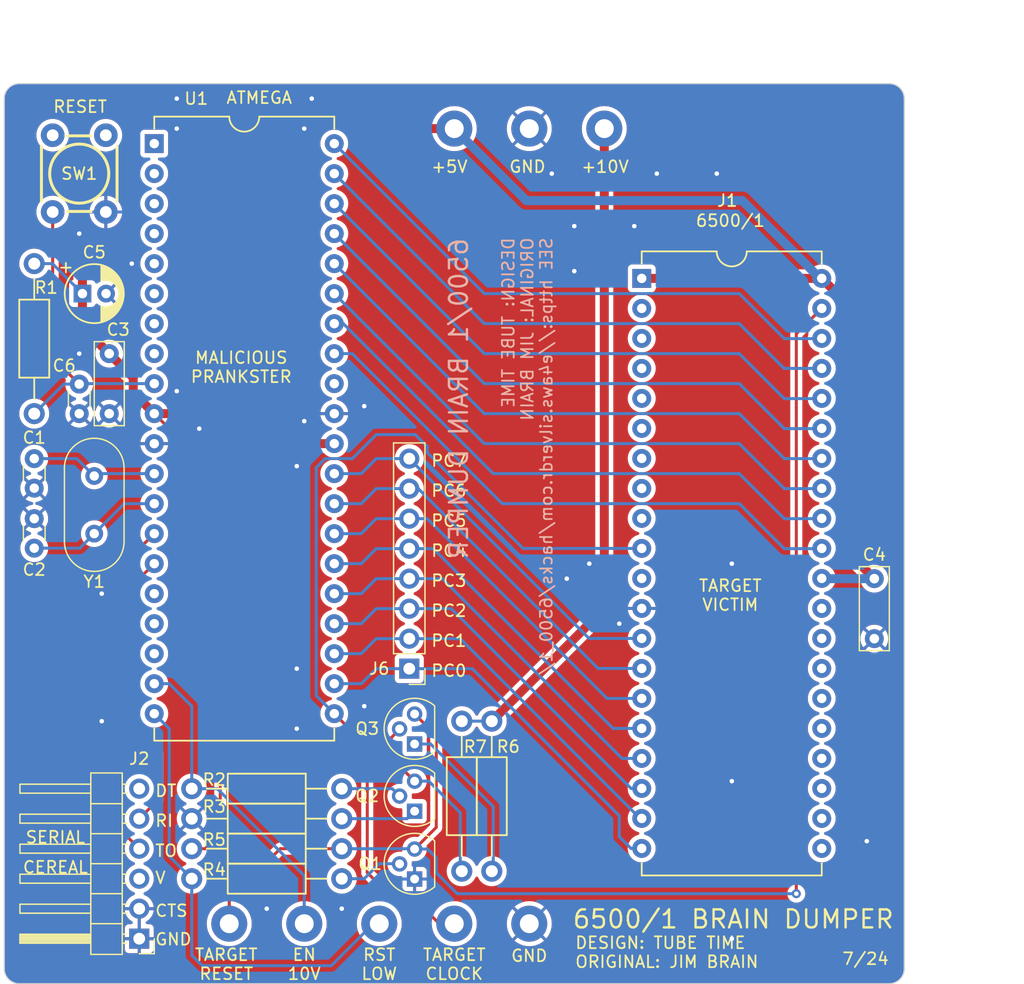
<source format=kicad_pcb>
(kicad_pcb (version 20221018) (generator pcbnew)
  (layers (0 "F.Cu" signal) (31 "B.Cu" signal) (34 "B.Paste" user) (35 "F.Paste" user) (36 "B.SilkS" user "B.Silkscreen") (37 "F.SilkS" user "F.Silkscreen") (38 "B.Mask" user) (39 "F.Mask" user) (44 "Edge.Cuts" user))
  (net 0 "")
  (net 1 "GND")
  (net 2 "Net-(U1-XTAL2)")
  (net 3 "Net-(U1-XTAL1)")
  (net 4 "+5V")
  (net 5 "Net-(U1-~{RESET})")
  (net 15 "/PC7")
  (net 16 "/PC6")
  (net 17 "/PC5")
  (net 18 "/PC4")
  (net 19 "/PC3")
  (net 20 "/PC2")
  (net 21 "/PC1")
  (net 22 "/PC0")
  (net 32 "/PA7")
  (net 33 "/PA6")
  (net 34 "/PA5")
  (net 35 "/PA4")
  (net 36 "/PA3")
  (net 37 "/PA2")
  (net 38 "/PA1")
  (net 39 "/PA0")
  (net 40 "/TX_OUT")
  (net 41 "/RX_IN")
  (net 42 "+10V")
  (net 43 "Net-(Q1-B)")
  (net 44 "Net-(Q2-E)")
  (net 45 "Net-(Q2-B)")
  (net 46 "Net-(Q2-C)")
  (net 47 "Net-(Q3-E)")
  (net 64 "/TARGET_CLK")
  (net 65 "/TARGET_RST")
  (net 66 "/EN_10V")
  (net 67 "/RST_LOW")
  (footprint "Capacitor_THT:C_Disc_D3.0mm_W1.6mm_P2.50mm" (layer "F.Cu") (at 104.14 90.13 90)
    (fp_text reference "C2" (at -1.818 0 180) (layer "F.SilkS"))
    (fp_text value "20pF")
    (pad "1" thru_hole circle (at 0 0 90) (size 1.6 1.6) (drill 0.8) (layers "*.Cu" "*.Mask") (net 3 "Net-(U1-XTAL1)"))
    (pad "2" thru_hole circle (at 2.5 0 90) (size 1.6 1.6) (drill 0.8) (layers "*.Cu" "*.Mask") (net 1 "GND"))
  )
  (footprint "Conn:TP_KEYSTONE_5005_9" (layer "F.Cu") (at 146.05 54.61)
    (fp_text reference "J5" hide)
    (fp_text value "GND")
    (pad "1" thru_hole circle (at 0 0) (size 3.048 3.048) (drill 1.6002) (layers "*.Cu" "*.Mask") (net 1 "GND"))
  )
  (footprint "Conn:TP_KEYSTONE_5005_9" (layer "F.Cu") (at 139.7 121.92)
    (fp_text reference "J10" hide)
    (fp_text value "CLOCK")
    (pad "1" thru_hole circle (at 0 0) (size 3.048 3.048) (drill 1.6002) (layers "*.Cu" "*.Mask") (net 64 "/TARGET_CLK"))
  )
  (footprint "Passive:RESA500" (layer "F.Cu") (at 140.335 111.125 90)
    (fp_text reference "R7" (at 4.191 1.143 180) (layer "F.SilkS"))
    (fp_text value "10K")
    (pad "1" thru_hole circle (at 6.35 0 90) (size 1.778 1.778) (drill 1.016) (layers "*.Cu" "*.Mask") (net 42 "+10V"))
    (pad "2" thru_hole circle (at -6.35 0 90) (size 1.778 1.778) (drill 1.016) (layers "*.Cu" "*.Mask") (net 46 "Net-(Q2-C)"))
  )
  (footprint "Passive:RESA500" (layer "F.Cu") (at 123.825 113.03)
    (fp_text reference "R3" (at -4.445 -1.016) (layer "F.SilkS"))
    (fp_text value "4.7K")
    (pad "1" thru_hole circle (at 6.35 0) (size 1.778 1.778) (drill 1.016) (layers "*.Cu" "*.Mask") (net 44 "Net-(Q2-E)"))
    (pad "2" thru_hole circle (at -6.35 0) (size 1.778 1.778) (drill 1.016) (layers "*.Cu" "*.Mask") (net 1 "GND"))
  )
  (footprint "Active:DIP254P1524X635-40" (layer "F.Cu") (at 114.3 55.88)
    (fp_text reference "U1" (at 3.556 -3.81) (layer "F.SilkS"))
    (fp_text value "ATmega644PA-P")
    (pad "1" thru_hole rect (at 0 0) (size 1.6 1.6) (drill 0.8) (layers "*.Cu" "*.Mask"))
    (pad "2" thru_hole oval (at 0 2.54) (size 1.6 1.6) (drill 0.8) (layers "*.Cu" "*.Mask"))
    (pad "3" thru_hole oval (at 0 5.08) (size 1.6 1.6) (drill 0.8) (layers "*.Cu" "*.Mask"))
    (pad "4" thru_hole oval (at 0 7.62) (size 1.6 1.6) (drill 0.8) (layers "*.Cu" "*.Mask"))
    (pad "5" thru_hole oval (at 0 10.16) (size 1.6 1.6) (drill 0.8) (layers "*.Cu" "*.Mask"))
    (pad "6" thru_hole oval (at 0 12.7) (size 1.6 1.6) (drill 0.8) (layers "*.Cu" "*.Mask"))
    (pad "7" thru_hole oval (at 0 15.24) (size 1.6 1.6) (drill 0.8) (layers "*.Cu" "*.Mask"))
    (pad "8" thru_hole oval (at 0 17.78) (size 1.6 1.6) (drill 0.8) (layers "*.Cu" "*.Mask"))
    (pad "9" thru_hole oval (at 0 20.32) (size 1.6 1.6) (drill 0.8) (layers "*.Cu" "*.Mask") (net 5 "Net-(U1-~{RESET})"))
    (pad "10" thru_hole oval (at 0 22.86) (size 1.6 1.6) (drill 0.8) (layers "*.Cu" "*.Mask") (net 4 "+5V"))
    (pad "11" thru_hole oval (at 0 25.4) (size 1.6 1.6) (drill 0.8) (layers "*.Cu" "*.Mask") (net 1 "GND"))
    (pad "12" thru_hole oval (at 0 27.94) (size 1.6 1.6) (drill 0.8) (layers "*.Cu" "*.Mask") (net 2 "Net-(U1-XTAL2)"))
    (pad "13" thru_hole oval (at 0 30.48) (size 1.6 1.6) (drill 0.8) (layers "*.Cu" "*.Mask") (net 3 "Net-(U1-XTAL1)"))
    (pad "14" thru_hole oval (at 0 33.02) (size 1.6 1.6) (drill 0.8) (layers "*.Cu" "*.Mask") (net 41 "/RX_IN"))
    (pad "15" thru_hole oval (at 0 35.56) (size 1.6 1.6) (drill 0.8) (layers "*.Cu" "*.Mask") (net 40 "/TX_OUT"))
    (pad "16" thru_hole oval (at 0 38.1) (size 1.6 1.6) (drill 0.8) (layers "*.Cu" "*.Mask"))
    (pad "17" thru_hole oval (at 0 40.64) (size 1.6 1.6) (drill 0.8) (layers "*.Cu" "*.Mask"))
    (pad "18" thru_hole oval (at 0 43.18) (size 1.6 1.6) (drill 0.8) (layers "*.Cu" "*.Mask"))
    (pad "19" thru_hole oval (at 0 45.72) (size 1.6 1.6) (drill 0.8) (layers "*.Cu" "*.Mask") (net 66 "/EN_10V"))
    (pad "20" thru_hole oval (at 0 48.26) (size 1.6 1.6) (drill 0.8) (layers "*.Cu" "*.Mask") (net 67 "/RST_LOW"))
    (pad "21" thru_hole oval (at 15.24 48.26) (size 1.6 1.6) (drill 0.8) (layers "*.Cu" "*.Mask") (net 64 "/TARGET_CLK"))
    (pad "22" thru_hole oval (at 15.24 45.72) (size 1.6 1.6) (drill 0.8) (layers "*.Cu" "*.Mask") (net 22 "/PC0"))
    (pad "23" thru_hole oval (at 15.24 43.18) (size 1.6 1.6) (drill 0.8) (layers "*.Cu" "*.Mask") (net 21 "/PC1"))
    (pad "24" thru_hole oval (at 15.24 40.64) (size 1.6 1.6) (drill 0.8) (layers "*.Cu" "*.Mask") (net 20 "/PC2"))
    (pad "25" thru_hole oval (at 15.24 38.1) (size 1.6 1.6) (drill 0.8) (layers "*.Cu" "*.Mask") (net 19 "/PC3"))
    (pad "26" thru_hole oval (at 15.24 35.56) (size 1.6 1.6) (drill 0.8) (layers "*.Cu" "*.Mask") (net 18 "/PC4"))
    (pad "27" thru_hole oval (at 15.24 33.02) (size 1.6 1.6) (drill 0.8) (layers "*.Cu" "*.Mask") (net 17 "/PC5"))
    (pad "28" thru_hole oval (at 15.24 30.48) (size 1.6 1.6) (drill 0.8) (layers "*.Cu" "*.Mask") (net 16 "/PC6"))
    (pad "29" thru_hole oval (at 15.24 27.94) (size 1.6 1.6) (drill 0.8) (layers "*.Cu" "*.Mask") (net 15 "/PC7"))
    (pad "30" thru_hole oval (at 15.24 25.4) (size 1.6 1.6) (drill 0.8) (layers "*.Cu" "*.Mask") (net 4 "+5V"))
    (pad "31" thru_hole oval (at 15.24 22.86) (size 1.6 1.6) (drill 0.8) (layers "*.Cu" "*.Mask") (net 1 "GND"))
    (pad "32" thru_hole oval (at 15.24 20.32) (size 1.6 1.6) (drill 0.8) (layers "*.Cu" "*.Mask"))
    (pad "33" thru_hole oval (at 15.24 17.78) (size 1.6 1.6) (drill 0.8) (layers "*.Cu" "*.Mask") (net 32 "/PA7"))
    (pad "34" thru_hole oval (at 15.24 15.24) (size 1.6 1.6) (drill 0.8) (layers "*.Cu" "*.Mask") (net 33 "/PA6"))
    (pad "35" thru_hole oval (at 15.24 12.7) (size 1.6 1.6) (drill 0.8) (layers "*.Cu" "*.Mask") (net 34 "/PA5"))
    (pad "36" thru_hole oval (at 15.24 10.16) (size 1.6 1.6) (drill 0.8) (layers "*.Cu" "*.Mask") (net 35 "/PA4"))
    (pad "37" thru_hole oval (at 15.24 7.62) (size 1.6 1.6) (drill 0.8) (layers "*.Cu" "*.Mask") (net 36 "/PA3"))
    (pad "38" thru_hole oval (at 15.24 5.08) (size 1.6 1.6) (drill 0.8) (layers "*.Cu" "*.Mask") (net 37 "/PA2"))
    (pad "39" thru_hole oval (at 15.24 2.54) (size 1.6 1.6) (drill 0.8) (layers "*.Cu" "*.Mask") (net 38 "/PA1"))
    (pad "40" thru_hole oval (at 15.24 0) (size 1.6 1.6) (drill 0.8) (layers "*.Cu" "*.Mask") (net 39 "/PA0"))
  )
  (footprint "Package_TO_SOT_THT:TO-92L" (layer "F.Cu") (at 136.34 118.14 90)
    (fp_text reference "Q1" (at 1.29 -3.752 180) (layer "F.SilkS"))
    (fp_text value "2N3904")
    (pad "1" thru_hole rect (at 0 0 90) (size 1.3 1.3) (drill 0.75) (layers "*.Cu" "*.Mask") (net 1 "GND"))
    (pad "2" thru_hole circle (at 1.28 -1.27 90) (size 1.3 1.3) (drill 0.75) (layers "*.Cu" "*.Mask") (net 43 "Net-(Q1-B)"))
    (pad "3" thru_hole circle (at 2.54 0 90) (size 1.3 1.3) (drill 0.75) (layers "*.Cu" "*.Mask") (net 65 "/TARGET_RST"))
  )
  (footprint "Passive:RESA500" (layer "F.Cu") (at 123.825 115.57 180)
    (fp_text reference "R5" (at 4.445 0.762) (layer "F.SilkS"))
    (fp_text value "10K")
    (pad "1" thru_hole circle (at 6.35 0 180) (size 1.778 1.778) (drill 1.016) (layers "*.Cu" "*.Mask") (net 4 "+5V"))
    (pad "2" thru_hole circle (at -6.35 0 180) (size 1.778 1.778) (drill 1.016) (layers "*.Cu" "*.Mask") (net 65 "/TARGET_RST"))
  )
  (footprint "Passive:RESA500" (layer "F.Cu") (at 142.875 111.125 90)
    (fp_text reference "R6" (at 4.191 1.397 180) (layer "F.SilkS"))
    (fp_text value "30")
    (pad "1" thru_hole circle (at 6.35 0 90) (size 1.778 1.778) (drill 1.016) (layers "*.Cu" "*.Mask") (net 42 "+10V"))
    (pad "2" thru_hole circle (at -6.35 0 90) (size 1.778 1.778) (drill 1.016) (layers "*.Cu" "*.Mask") (net 47 "Net-(Q3-E)"))
  )
  (footprint "Conn:TP_KEYSTONE_5005_9" (layer "F.Cu") (at 120.65 121.92)
    (fp_text reference "J7" hide)
    (fp_text value "RESET")
    (pad "1" thru_hole circle (at 0 0) (size 3.048 3.048) (drill 1.6002) (layers "*.Cu" "*.Mask") (net 65 "/TARGET_RST"))
  )
  (footprint "Passive:CAPAE200P500X1100" (layer "F.Cu") (at 109.22 68.58)
    (fp_text reference "C5" (at 0 -3.5) (layer "F.SilkS"))
    (fp_text value "10uF")
    (pad "1" thru_hole rect (at -1 0) (size 1.5 1.5) (drill 0.8) (layers "*.Cu" "*.Mask") (net 4 "+5V"))
    (pad "2" thru_hole circle (at 1 0) (size 1.5 1.5) (drill 0.8) (layers "*.Cu" "*.Mask") (net 1 "GND"))
  )
  (footprint "Active:DIP254P1524X635-40" (layer "F.Cu") (at 155.57 67.29)
    (fp_text reference "J1" (at 7.244 -6.584) (layer "F.SilkS"))
    (fp_text value "6500/1")
    (pad "1" thru_hole rect (at 0 0) (size 1.6 1.6) (drill 0.8) (layers "*.Cu" "*.Mask") (net 4 "+5V"))
    (pad "2" thru_hole oval (at 0 2.54) (size 1.6 1.6) (drill 0.8) (layers "*.Cu" "*.Mask"))
    (pad "3" thru_hole oval (at 0 5.08) (size 1.6 1.6) (drill 0.8) (layers "*.Cu" "*.Mask"))
    (pad "4" thru_hole oval (at 0 7.62) (size 1.6 1.6) (drill 0.8) (layers "*.Cu" "*.Mask"))
    (pad "5" thru_hole oval (at 0 10.16) (size 1.6 1.6) (drill 0.8) (layers "*.Cu" "*.Mask"))
    (pad "6" thru_hole oval (at 0 12.7) (size 1.6 1.6) (drill 0.8) (layers "*.Cu" "*.Mask"))
    (pad "7" thru_hole oval (at 0 15.24) (size 1.6 1.6) (drill 0.8) (layers "*.Cu" "*.Mask"))
    (pad "8" thru_hole oval (at 0 17.78) (size 1.6 1.6) (drill 0.8) (layers "*.Cu" "*.Mask"))
    (pad "9" thru_hole oval (at 0 20.32) (size 1.6 1.6) (drill 0.8) (layers "*.Cu" "*.Mask"))
    (pad "10" thru_hole oval (at 0 22.86) (size 1.6 1.6) (drill 0.8) (layers "*.Cu" "*.Mask") (net 64 "/TARGET_CLK"))
    (pad "11" thru_hole oval (at 0 25.4) (size 1.6 1.6) (drill 0.8) (layers "*.Cu" "*.Mask"))
    (pad "12" thru_hole oval (at 0 27.94) (size 1.6 1.6) (drill 0.8) (layers "*.Cu" "*.Mask") (net 1 "GND"))
    (pad "13" thru_hole oval (at 0 30.48) (size 1.6 1.6) (drill 0.8) (layers "*.Cu" "*.Mask") (net 15 "/PC7"))
    (pad "14" thru_hole oval (at 0 33.02) (size 1.6 1.6) (drill 0.8) (layers "*.Cu" "*.Mask") (net 16 "/PC6"))
    (pad "15" thru_hole oval (at 0 35.56) (size 1.6 1.6) (drill 0.8) (layers "*.Cu" "*.Mask") (net 17 "/PC5"))
    (pad "16" thru_hole oval (at 0 38.1) (size 1.6 1.6) (drill 0.8) (layers "*.Cu" "*.Mask") (net 18 "/PC4"))
    (pad "17" thru_hole oval (at 0 40.64) (size 1.6 1.6) (drill 0.8) (layers "*.Cu" "*.Mask") (net 19 "/PC3"))
    (pad "18" thru_hole oval (at 0 43.18) (size 1.6 1.6) (drill 0.8) (layers "*.Cu" "*.Mask") (net 20 "/PC2"))
    (pad "19" thru_hole oval (at 0 45.72) (size 1.6 1.6) (drill 0.8) (layers "*.Cu" "*.Mask") (net 21 "/PC1"))
    (pad "20" thru_hole oval (at 0 48.26) (size 1.6 1.6) (drill 0.8) (layers "*.Cu" "*.Mask") (net 22 "/PC0"))
    (pad "21" thru_hole oval (at 15.24 48.26) (size 1.6 1.6) (drill 0.8) (layers "*.Cu" "*.Mask"))
    (pad "22" thru_hole oval (at 15.24 45.72) (size 1.6 1.6) (drill 0.8) (layers "*.Cu" "*.Mask"))
    (pad "23" thru_hole oval (at 15.24 43.18) (size 1.6 1.6) (drill 0.8) (layers "*.Cu" "*.Mask"))
    (pad "24" thru_hole oval (at 15.24 40.64) (size 1.6 1.6) (drill 0.8) (layers "*.Cu" "*.Mask"))
    (pad "25" thru_hole oval (at 15.24 38.1) (size 1.6 1.6) (drill 0.8) (layers "*.Cu" "*.Mask"))
    (pad "26" thru_hole oval (at 15.24 35.56) (size 1.6 1.6) (drill 0.8) (layers "*.Cu" "*.Mask"))
    (pad "27" thru_hole oval (at 15.24 33.02) (size 1.6 1.6) (drill 0.8) (layers "*.Cu" "*.Mask"))
    (pad "28" thru_hole oval (at 15.24 30.48) (size 1.6 1.6) (drill 0.8) (layers "*.Cu" "*.Mask"))
    (pad "29" thru_hole oval (at 15.24 27.94) (size 1.6 1.6) (drill 0.8) (layers "*.Cu" "*.Mask"))
    (pad "30" thru_hole oval (at 15.24 25.4) (size 1.6 1.6) (drill 0.8) (layers "*.Cu" "*.Mask") (net 4 "+5V"))
    (pad "31" thru_hole oval (at 15.24 22.86) (size 1.6 1.6) (drill 0.8) (layers "*.Cu" "*.Mask") (net 32 "/PA7"))
    (pad "32" thru_hole oval (at 15.24 20.32) (size 1.6 1.6) (drill 0.8) (layers "*.Cu" "*.Mask") (net 33 "/PA6"))
    (pad "33" thru_hole oval (at 15.24 17.78) (size 1.6 1.6) (drill 0.8) (layers "*.Cu" "*.Mask") (net 34 "/PA5"))
    (pad "34" thru_hole oval (at 15.24 15.24) (size 1.6 1.6) (drill 0.8) (layers "*.Cu" "*.Mask") (net 35 "/PA4"))
    (pad "35" thru_hole oval (at 15.24 12.7) (size 1.6 1.6) (drill 0.8) (layers "*.Cu" "*.Mask") (net 36 "/PA3"))
    (pad "36" thru_hole oval (at 15.24 10.16) (size 1.6 1.6) (drill 0.8) (layers "*.Cu" "*.Mask") (net 37 "/PA2"))
    (pad "37" thru_hole oval (at 15.24 7.62) (size 1.6 1.6) (drill 0.8) (layers "*.Cu" "*.Mask") (net 38 "/PA1"))
    (pad "38" thru_hole oval (at 15.24 5.08) (size 1.6 1.6) (drill 0.8) (layers "*.Cu" "*.Mask") (net 39 "/PA0"))
    (pad "39" thru_hole oval (at 15.24 2.54) (size 1.6 1.6) (drill 0.8) (layers "*.Cu" "*.Mask") (net 65 "/TARGET_RST"))
    (pad "40" thru_hole oval (at 15.24 0) (size 1.6 1.6) (drill 0.8) (layers "*.Cu" "*.Mask") (net 4 "+5V"))
  )
  (footprint "Connector_PinHeader_2.54mm:PinHeader_1x06_P2.54mm_Horizontal" (layer "F.Cu") (at 113.03 123.19 180)
    (fp_text reference "J2" (at 0 15.24) (layer "F.SilkS"))
    (fp_text value "SERIAL")
    (pad "1" thru_hole rect (at 0 0 180) (size 1.7 1.7) (drill 1) (layers "*.Cu" "*.Mask") (net 1 "GND"))
    (pad "2" thru_hole oval (at 0 2.54 180) (size 1.7 1.7) (drill 1) (layers "*.Cu" "*.Mask") (net 1 "GND"))
    (pad "3" thru_hole oval (at 0 5.08 180) (size 1.7 1.7) (drill 1) (layers "*.Cu" "*.Mask"))
    (pad "4" thru_hole oval (at 0 7.62 180) (size 1.7 1.7) (drill 1) (layers "*.Cu" "*.Mask") (net 41 "/RX_IN"))
    (pad "5" thru_hole oval (at 0 10.16 180) (size 1.7 1.7) (drill 1) (layers "*.Cu" "*.Mask") (net 40 "/TX_OUT"))
    (pad "6" thru_hole oval (at 0 12.7 180) (size 1.7 1.7) (drill 1) (layers "*.Cu" "*.Mask"))
  )
  (footprint "Conn:TP_KEYSTONE_5005_9" (layer "F.Cu") (at 127 121.92)
    (fp_text reference "J8" hide)
    (fp_text value "EN_10V")
    (pad "1" thru_hole circle (at 0 0) (size 3.048 3.048) (drill 1.6002) (layers "*.Cu" "*.Mask") (net 66 "/EN_10V"))
  )
  (footprint "Conn:TP_KEYSTONE_5005_9" (layer "F.Cu") (at 139.7 54.61)
    (fp_text reference "J3" hide)
    (fp_text value "+5V")
    (pad "1" thru_hole circle (at 0 0) (size 3.048 3.048) (drill 1.6002) (layers "*.Cu" "*.Mask") (net 4 "+5V"))
  )
  (footprint "Connector_PinHeader_2.54mm:PinHeader_1x08_P2.54mm_Vertical" (layer "F.Cu") (at 135.89 100.33 180)
    (fp_text reference "J6" (at 2.54 0) (layer "F.SilkS"))
    (fp_text value "SCOPE")
    (pad "1" thru_hole rect (at 0 0 180) (size 1.7 1.7) (drill 1) (layers "*.Cu" "*.Mask") (net 22 "/PC0"))
    (pad "2" thru_hole oval (at 0 2.54 180) (size 1.7 1.7) (drill 1) (layers "*.Cu" "*.Mask") (net 21 "/PC1"))
    (pad "3" thru_hole oval (at 0 5.08 180) (size 1.7 1.7) (drill 1) (layers "*.Cu" "*.Mask") (net 20 "/PC2"))
    (pad "4" thru_hole oval (at 0 7.62 180) (size 1.7 1.7) (drill 1) (layers "*.Cu" "*.Mask") (net 19 "/PC3"))
    (pad "5" thru_hole oval (at 0 10.16 180) (size 1.7 1.7) (drill 1) (layers "*.Cu" "*.Mask") (net 18 "/PC4"))
    (pad "6" thru_hole oval (at 0 12.7 180) (size 1.7 1.7) (drill 1) (layers "*.Cu" "*.Mask") (net 17 "/PC5"))
    (pad "7" thru_hole oval (at 0 15.24 180) (size 1.7 1.7) (drill 1) (layers "*.Cu" "*.Mask") (net 16 "/PC6"))
    (pad "8" thru_hole oval (at 0 17.78 180) (size 1.7 1.7) (drill 1) (layers "*.Cu" "*.Mask") (net 15 "/PC7"))
  )
  (footprint "Passive:CAPAC200" (layer "F.Cu") (at 175.26 92.71 -90)
    (fp_text reference "C4" (at -2.032 0 -180) (layer "F.SilkS"))
    (fp_text value "0.1uF")
    (pad "1" thru_hole circle (at 0 0 270) (size 1.6002 1.6002) (drill 0.8128) (layers "*.Cu" "*.Mask") (net 4 "+5V"))
    (pad "2" thru_hole circle (at 5.08 0 270) (size 1.6002 1.6002) (drill 0.8128) (layers "*.Cu" "*.Mask") (net 1 "GND"))
  )
  (footprint "Capacitor_THT:C_Disc_D3.0mm_W1.6mm_P2.50mm" (layer "F.Cu") (at 104.14 82.55 -90)
    (fp_text reference "C1" (at -1.778 0 -180) (layer "F.SilkS"))
    (fp_text value "20pF")
    (pad "1" thru_hole circle (at 0 0 270) (size 1.6 1.6) (drill 0.8) (layers "*.Cu" "*.Mask") (net 2 "Net-(U1-XTAL2)"))
    (pad "2" thru_hole circle (at 2.5 0 270) (size 1.6 1.6) (drill 0.8) (layers "*.Cu" "*.Mask") (net 1 "GND"))
  )
  (footprint "Capacitor_THT:C_Disc_D3.0mm_W1.6mm_P2.50mm" (layer "F.Cu") (at 107.95 76.24 -90)
    (fp_text reference "C6" (at -1.564 1.27) (layer "F.SilkS"))
    (fp_text value "DNI")
    (pad "1" thru_hole circle (at 0 0 270) (size 1.6 1.6) (drill 0.8) (layers "*.Cu" "*.Mask") (net 5 "Net-(U1-~{RESET})"))
    (pad "2" thru_hole circle (at 2.5 0 270) (size 1.6 1.6) (drill 0.8) (layers "*.Cu" "*.Mask") (net 1 "GND"))
  )
  (footprint "Package_TO_SOT_THT:TO-92L" (layer "F.Cu") (at 136.34 112.395 90)
    (fp_text reference "Q2" (at 1.29 -4.006 180) (layer "F.SilkS"))
    (fp_text value "2N3904")
    (pad "1" thru_hole rect (at 0 0 90) (size 1.3 1.3) (drill 0.75) (layers "*.Cu" "*.Mask") (net 44 "Net-(Q2-E)"))
    (pad "2" thru_hole circle (at 1.28 -1.27 90) (size 1.3 1.3) (drill 0.75) (layers "*.Cu" "*.Mask") (net 45 "Net-(Q2-B)"))
    (pad "3" thru_hole circle (at 2.54 0 90) (size 1.3 1.3) (drill 0.75) (layers "*.Cu" "*.Mask") (net 46 "Net-(Q2-C)"))
  )
  (footprint "Conn:TP_KEYSTONE_5005_9" (layer "F.Cu") (at 152.4 54.61)
    (fp_text reference "J4" hide)
    (fp_text value "+10V")
    (pad "1" thru_hole circle (at 0 0) (size 3.048 3.048) (drill 1.6002) (layers "*.Cu" "*.Mask") (net 42 "+10V"))
  )
  (footprint "Passive:CAPAC200" (layer "F.Cu") (at 110.49 73.66 -90)
    (fp_text reference "C3" (at -2.032 -0.762 -180) (layer "F.SilkS"))
    (fp_text value "0.1uF")
    (pad "1" thru_hole circle (at 0 0 270) (size 1.6002 1.6002) (drill 0.8128) (layers "*.Cu" "*.Mask") (net 4 "+5V"))
    (pad "2" thru_hole circle (at 5.08 0 270) (size 1.6002 1.6002) (drill 0.8128) (layers "*.Cu" "*.Mask") (net 1 "GND"))
  )
  (footprint "Conn:TP_KEYSTONE_5005_9" (layer "F.Cu") (at 146.05 121.92)
    (fp_text reference "J11" hide)
    (fp_text value "GND")
    (pad "1" thru_hole circle (at 0 0) (size 3.048 3.048) (drill 1.6002) (layers "*.Cu" "*.Mask") (net 1 "GND"))
  )
  (footprint "Passive:RESA500" (layer "F.Cu") (at 123.825 110.49 180)
    (fp_text reference "R2" (at 4.445 0.762) (layer "F.SilkS"))
    (fp_text value "1K")
    (pad "1" thru_hole circle (at 6.35 0 180) (size 1.778 1.778) (drill 1.016) (layers "*.Cu" "*.Mask") (net 66 "/EN_10V"))
    (pad "2" thru_hole circle (at -6.35 0 180) (size 1.778 1.778) (drill 1.016) (layers "*.Cu" "*.Mask") (net 45 "Net-(Q2-B)"))
  )
  (footprint "Switch:ESWITCH_TL1105" (layer "F.Cu") (at 110.2 61.67 90)
    (fp_text reference "SW1" (at 3.25 -2.25 180) (layer "F.SilkS"))
    (fp_text value "RESET")
    (pad "1" thru_hole oval (at 0 0 90) (size 2 2) (drill 1) (layers "*.Cu" "*.Mask") (net 1 "GND"))
    (pad "2" thru_hole oval (at 6.5 0 90) (size 2 2) (drill 1) (layers "*.Cu" "*.Mask"))
    (pad "3" thru_hole oval (at 0 -4.5 90) (size 2 2) (drill 1) (layers "*.Cu" "*.Mask") (net 5 "Net-(U1-~{RESET})"))
    (pad "4" thru_hole oval (at 6.5 -4.5 90) (size 2 2) (drill 1) (layers "*.Cu" "*.Mask"))
  )
  (footprint "Package_TO_SOT_THT:TO-92L" (layer "F.Cu") (at 136.34 106.71 90)
    (fp_text reference "Q3" (at 1.3 -4.006 180) (layer "F.SilkS"))
    (fp_text value "2N3906")
    (pad "1" thru_hole rect (at 0 0 90) (size 1.3 1.3) (drill 0.75) (layers "*.Cu" "*.Mask") (net 47 "Net-(Q3-E)"))
    (pad "2" thru_hole circle (at 1.28 -1.27 90) (size 1.3 1.3) (drill 0.75) (layers "*.Cu" "*.Mask") (net 46 "Net-(Q2-C)"))
    (pad "3" thru_hole circle (at 2.54 0 90) (size 1.3 1.3) (drill 0.75) (layers "*.Cu" "*.Mask") (net 65 "/TARGET_RST"))
  )
  (footprint "Conn:TP_KEYSTONE_5005_9" (layer "F.Cu") (at 133.35 121.92)
    (fp_text reference "J9" hide)
    (fp_text value "RST_LOW")
    (pad "1" thru_hole circle (at 0 0) (size 3.048 3.048) (drill 1.6002) (layers "*.Cu" "*.Mask") (net 67 "/RST_LOW"))
  )
  (footprint "Passive:RESA500" (layer "F.Cu") (at 123.825 118.11 180)
    (fp_text reference "R4" (at 4.445 0.762) (layer "F.SilkS"))
    (fp_text value "10K")
    (pad "1" thru_hole circle (at 6.35 0 180) (size 1.778 1.778) (drill 1.016) (layers "*.Cu" "*.Mask") (net 67 "/RST_LOW"))
    (pad "2" thru_hole circle (at -6.35 0 180) (size 1.778 1.778) (drill 1.016) (layers "*.Cu" "*.Mask") (net 43 "Net-(Q1-B)"))
  )
  (footprint "Crystal:Crystal_HC49-U_Vertical" (layer "F.Cu") (at 109.22 84.02 -90)
    (fp_text reference "Y1" (at 8.944 0 -180) (layer "F.SilkS"))
    (fp_text value "16MHz")
    (pad "1" thru_hole circle (at 0 0 270) (size 1.5 1.5) (drill 0.8) (layers "*.Cu" "*.Mask") (net 2 "Net-(U1-XTAL2)"))
    (pad "2" thru_hole circle (at 4.88 0 270) (size 1.5 1.5) (drill 0.8) (layers "*.Cu" "*.Mask") (net 3 "Net-(U1-XTAL1)"))
  )
  (footprint "Passive:RESA500" (layer "F.Cu") (at 104.14 72.39 90)
    (fp_text reference "R1" (at 4.318 1.016 180) (layer "F.SilkS"))
    (fp_text value "4.7K")
    (pad "1" thru_hole circle (at 6.35 0 90) (size 1.778 1.778) (drill 1.016) (layers "*.Cu" "*.Mask") (net 4 "+5V"))
    (pad "2" thru_hole circle (at -6.35 0 90) (size 1.778 1.778) (drill 1.016) (layers "*.Cu" "*.Mask") (net 5 "Net-(U1-~{RESET})"))
  )
  (gr_line (start 102.87 50.8) (end 176.53 50.8) (stroke (width 0.1)) (layer "Edge.Cuts"))
  (gr_line (start 177.8 52.07) (end 177.8 125.73) (stroke (width 0.1)) (layer "Edge.Cuts"))
  (gr_arc (start 176.53 50.8) (mid 177.428026 51.171974) (end 177.8 52.07) (stroke (width 0.1)) (layer "Edge.Cuts"))
  (gr_line (start 101.6 125.73) (end 101.6 52.07) (stroke (width 0.1)) (layer "Edge.Cuts"))
  (gr_arc (start 102.87 127) (mid 101.971974 126.628026) (end 101.6 125.73) (stroke (width 0.1)) (layer "Edge.Cuts"))
  (gr_arc (start 101.6 52.07) (mid 101.971974 51.171974) (end 102.87 50.8) (stroke (width 0.1)) (layer "Edge.Cuts"))
  (gr_arc (start 177.8 125.73) (mid 177.428026 126.628026) (end 176.53 127) (stroke (width 0.1)) (layer "Edge.Cuts"))
  (gr_line (start 176.53 127) (end 102.87 127) (stroke (width 0.1)) (layer "Edge.Cuts"))
  (gr_text "6500/1 BRAIN DUMPER" (at 140.97 77.47 90) (layer "B.SilkS") (effects (font (size 1.524 1.524) (thickness 0.2032)) (justify bottom mirror)))
  (gr_text "DESIGN: TUBE TIME\nORIGINAL: JIM BRAIN\nSEE https://e4aws.silverdr.com/hacks/6500_1/" (at 148.082 63.754 90) (layer "B.SilkS") (effects (font (size 1 1)) (justify left bottom mirror)))
  (gr_text "PC5" (at 137.668 88.392) (layer "F.SilkS") (effects (font (size 1 1)) (justify left bottom)))
  (gr_text "TARGET\nCLOCK" (at 139.7 126.746) (layer "F.SilkS") (effects (font (size 1 1)) (justify bottom)))
  (gr_text "DT" (at 114.3 111.252) (layer "F.SilkS") (effects (font (size 1 1)) (justify left bottom)))
  (gr_text "GND" (at 144.272 58.42) (layer "F.SilkS") (effects (font (size 1 1)) (justify left bottom)))
  (gr_text "PC0" (at 137.668 101.092) (layer "F.SilkS") (effects (font (size 1 1)) (justify left bottom)))
  (gr_text "PC3" (at 137.668 93.472) (layer "F.SilkS") (effects (font (size 1 1)) (justify left bottom)))
  (gr_text "RESET" (at 105.664 53.34) (layer "F.SilkS") (effects (font (size 1 1)) (justify left bottom)))
  (gr_text "RST\nLOW" (at 133.35 126.746) (layer "F.SilkS") (effects (font (size 1 1)) (justify bottom)))
  (gr_text "CEREAL" (at 105.93 117.73) (layer "F.SilkS") (effects (font (size 1 1)) (justify bottom)))
  (gr_text "PC4" (at 137.668 90.932) (layer "F.SilkS") (effects (font (size 1 1)) (justify left bottom)))
  (gr_text "PC7" (at 137.668 83.312) (layer "F.SilkS") (effects (font (size 1 1)) (justify left bottom)))
  (gr_text "GND" (at 146.05 125.222) (layer "F.SilkS") (effects (font (size 1 1)) (justify bottom)))
  (gr_text "6500/1" (at 163.068 62.992) (layer "F.SilkS") (effects (font (size 1 1)) (justify bottom)))
  (gr_text "6500/1 BRAIN DUMPER" (at 163.322 122.428) (layer "F.SilkS") (effects (font (size 1.524 1.524) (thickness 0.2032)) (justify bottom)))
  (gr_text "TARGET\nVICTIM" (at 163.068 95.504) (layer "F.SilkS") (effects (font (size 1 1)) (justify bottom)))
  (gr_text "PC1" (at 137.668 98.552) (layer "F.SilkS") (effects (font (size 1 1)) (justify left bottom)))
  (gr_text "TO" (at 114.3 116.332) (layer "F.SilkS") (effects (font (size 1 1)) (justify left bottom)))
  (gr_text "TARGET\nRESET" (at 120.396 126.746) (layer "F.SilkS") (effects (font (size 1 1)) (justify bottom)))
  (gr_text "DESIGN: TUBE TIME\nORIGINAL: JIM BRAIN" (at 149.86 125.73) (layer "F.SilkS") (effects (font (size 1 1)) (justify left bottom)))
  (gr_text "PC6" (at 137.668 85.852) (layer "F.SilkS") (effects (font (size 1 1)) (justify left bottom)))
  (gr_text "SERIAL" (at 105.93 115.19) (layer "F.SilkS") (effects (font (size 1 1)) (justify bottom)))
  (gr_text "7/24" (at 172.466 125.476) (layer "F.SilkS") (effects (font (size 1 1)) (justify left bottom)))
  (gr_text "V" (at 114.3 118.618) (layer "F.SilkS") (effects (font (size 1 1)) (justify left bottom)))
  (gr_text "+5V" (at 137.668 58.42) (layer "F.SilkS") (effects (font (size 1 1)) (justify left bottom)))
  (gr_text "PC2" (at 137.668 96.012) (layer "F.SilkS") (effects (font (size 1 1)) (justify left bottom)))
  (gr_text "CTS" (at 114.3 121.412) (layer "F.SilkS") (effects (font (size 1 1)) (justify left bottom)))
  (gr_text "+10V" (at 150.368 58.42) (layer "F.SilkS") (effects (font (size 1 1)) (justify left bottom)))
  (gr_text "RI" (at 114.3 113.792) (layer "F.SilkS") (effects (font (size 1 1)) (justify left bottom)))
  (gr_text "GND" (at 114.3 123.825) (layer "F.SilkS") (effects (font (size 1 1)) (justify left bottom)))
  (gr_text "EN\n10V" (at 127 126.746) (layer "F.SilkS") (effects (font (size 1 1)) (justify bottom)))
  (gr_text "ATMEGA" (at 123.19 52.578) (layer "F.SilkS") (effects (font (size 1 1)) (justify bottom)))
  (gr_text "MALICIOUS\nPRANKSTER" (at 121.666 76.2) (layer "F.SilkS") (effects (font (size 1 1)) (justify bottom)))
  (via (at 149.86 62.865) (size 0.762) (drill 0.381) (layers "F.Cu" "B.Cu") (net 1))
  (via (at 123.825 120.65) (size 0.762) (drill 0.381) (layers "F.Cu" "B.Cu") (net 1))
  (via (at 116.205 54.61) (size 0.762) (drill 0.381) (layers "F.Cu" "B.Cu") (net 1))
  (via (at 127 54.61) (size 0.762) (drill 0.381) (layers "F.Cu" "B.Cu") (net 1))
  (via (at 153.67 96.52) (size 0.762) (drill 0.381) (layers "F.Cu" "B.Cu") (net 1))
  (via (at 156.845 58.42) (size 0.762) (drill 0.381) (layers "F.Cu" "B.Cu") (net 1))
  (via (at 126.365 100.33) (size 0.762) (drill 0.381) (layers "F.Cu" "B.Cu") (net 1))
  (via (at 147.955 58.42) (size 0.762) (drill 0.381) (layers "F.Cu" "B.Cu") (net 1))
  (via (at 163.195 123.19) (size 0.762) (drill 0.381) (layers "F.Cu" "B.Cu") (net 1))
  (via (at 149.225 92.71) (size 0.762) (drill 0.381) (layers "F.Cu" "B.Cu") (net 1))
  (via (at 174.625 114.935) (size 0.762) (drill 0.381) (layers "F.Cu" "B.Cu") (net 1))
  (via (at 154.94 62.865) (size 0.762) (drill 0.381) (layers "F.Cu" "B.Cu") (net 1))
  (via (at 127.635 52.07) (size 0.762) (drill 0.381) (layers "F.Cu" "B.Cu") (net 1))
  (via (at 126.365 83.185) (size 0.762) (drill 0.381) (layers "F.Cu" "B.Cu") (net 1))
  (via (at 132.08 78.105) (size 0.762) (drill 0.381) (layers "F.Cu" "B.Cu") (net 1))
  (via (at 151.13 91.44) (size 0.762) (drill 0.381) (layers "F.Cu" "B.Cu") (net 1))
  (via (at 132.08 103.505) (size 0.762) (drill 0.381) (layers "F.Cu" "B.Cu") (net 1))
  (via (at 118.11 80.01) (size 0.762) (drill 0.381) (layers "F.Cu" "B.Cu") (net 1))
  (via (at 107.95 63.5) (size 0.762) (drill 0.381) (layers "F.Cu" "B.Cu") (net 1))
  (via (at 130.175 120.65) (size 0.762) (drill 0.381) (layers "F.Cu" "B.Cu") (net 1))
  (via (at 112.395 66.04) (size 0.762) (drill 0.381) (layers "F.Cu" "B.Cu") (net 1))
  (via (at 163.195 109.855) (size 0.762) (drill 0.381) (layers "F.Cu" "B.Cu") (net 1))
  (via (at 109.855 93.98) (size 0.762) (drill 0.381) (layers "F.Cu" "B.Cu") (net 1))
  (via (at 107.95 73.66) (size 0.762) (drill 0.381) (layers "F.Cu" "B.Cu") (net 1))
  (via (at 116.205 52.07) (size 0.762) (drill 0.381) (layers "F.Cu" "B.Cu") (net 1))
  (via (at 116.205 76.835) (size 0.762) (drill 0.381) (layers "F.Cu" "B.Cu") (net 1))
  (via (at 161.925 58.42) (size 0.762) (drill 0.381) (layers "F.Cu" "B.Cu") (net 1))
  (via (at 163.195 91.44) (size 0.762) (drill 0.381) (layers "F.Cu" "B.Cu") (net 1))
  (via (at 127 79.375) (size 0.762) (drill 0.381) (layers "F.Cu" "B.Cu") (net 1))
  (via (at 149.86 66.675) (size 0.762) (drill 0.381) (layers "F.Cu" "B.Cu") (net 1))
  (via (at 109.855 104.775) (size 0.762) (drill 0.381) (layers "F.Cu" "B.Cu") (net 1))
  (via (at 126.365 105.41) (size 0.762) (drill 0.381) (layers "F.Cu" "B.Cu") (net 1))
  (segment (start 107.75 82.55) (end 109.22 84.02) (width 0.254) (layer "B.Cu") (net 2))
  (segment (start 109.42 83.82) (end 109.22 84.02) (width 0.254) (layer "B.Cu") (net 2))
  (segment (start 104.14 82.55) (end 107.75 82.55) (width 0.254) (layer "B.Cu") (net 2))
  (segment (start 114.3 83.82) (end 109.42 83.82) (width 0.254) (layer "B.Cu") (net 2))
  (segment (start 111.76 86.36) (end 109.22 88.9) (width 0.254) (layer "B.Cu") (net 3))
  (segment (start 107.99 90.13) (end 109.22 88.9) (width 0.254) (layer "B.Cu") (net 3))
  (segment (start 104.14 90.13) (end 107.99 90.13) (width 0.254) (layer "B.Cu") (net 3))
  (segment (start 114.3 86.36) (end 111.76 86.36) (width 0.254) (layer "B.Cu") (net 3))
  (segment (start 117.475 115.57) (end 118.618 115.57) (width 0.254) (layer "F.Cu") (net 4))
  (segment (start 108.22 68.58) (end 108.22 71.39) (width 0.762) (layer "F.Cu") (net 4))
  (segment (start 139.7 54.61) (end 134.112 54.61) (width 0.762) (layer "F.Cu") (net 4))
  (segment (start 119.888 114.3) (end 119.888 84.328) (width 0.254) (layer "F.Cu") (net 4))
  (segment (start 114.3 78.74) (end 121.412 78.74) (width 0.762) (layer "F.Cu") (net 4))
  (segment (start 123.952 81.28) (end 129.54 81.28) (width 0.762) (layer "F.Cu") (net 4))
  (segment (start 112.522 62.738) (end 108.22 67.04) (width 0.762) (layer "F.Cu") (net 4))
  (segment (start 170.81 92.69) (end 171.216 92.69) (width 0.762) (layer "F.Cu") (net 4))
  (segment (start 170.81 67.29) (end 172.974 69.454) (width 0.762) (layer "F.Cu") (net 4))
  (segment (start 110.49 73.66) (end 112.522 75.692) (width 0.762) (layer "F.Cu") (net 4))
  (segment (start 112.522 54.102) (end 112.522 62.738) (width 0.762) (layer "F.Cu") (net 4))
  (segment (start 172.974 90.424) (end 175.26 92.71) (width 0.762) (layer "F.Cu") (net 4))
  (segment (start 121.412 78.74) (end 123.952 81.28) (width 0.762) (layer "F.Cu") (net 4))
  (segment (start 108.22 67.04) (end 108.22 68.58) (width 0.762) (layer "F.Cu") (net 4))
  (segment (start 170.81 67.29) (end 155.57 67.29) (width 0.762) (layer "F.Cu") (net 4))
  (segment (start 113.284 53.34) (end 112.522 54.102) (width 0.762) (layer "F.Cu") (net 4))
  (segment (start 172.974 69.454) (end 172.974 90.424) (width 0.762) (layer "F.Cu") (net 4))
  (segment (start 132.842 53.34) (end 113.284 53.34) (width 0.762) (layer "F.Cu") (net 4))
  (segment (start 108.22 71.39) (end 110.49 73.66) (width 0.762) (layer "F.Cu") (net 4))
  (segment (start 112.522 76.962) (end 114.3 78.74) (width 0.762) (layer "F.Cu") (net 4))
  (segment (start 118.618 115.57) (end 119.888 114.3) (width 0.254) (layer "F.Cu") (net 4))
  (segment (start 134.112 54.61) (end 132.842 53.34) (width 0.762) (layer "F.Cu") (net 4))
  (segment (start 119.888 84.328) (end 114.3 78.74) (width 0.254) (layer "F.Cu") (net 4))
  (segment (start 112.522 75.692) (end 112.522 76.962) (width 0.762) (layer "F.Cu") (net 4))
  (segment (start 170.668 67.29) (end 170.81 67.29) (width 0.762) (layer "B.Cu") (net 4))
  (segment (start 104.14 66.04) (end 105.68 66.04) (width 0.254) (layer "B.Cu") (net 4))
  (segment (start 105.68 66.04) (end 108.22 68.58) (width 0.254) (layer "B.Cu") (net 4))
  (segment (start 170.83 92.71) (end 170.81 92.69) (width 0.762) (layer "B.Cu") (net 4))
  (segment (start 164.084 60.706) (end 170.668 67.29) (width 0.762) (layer "B.Cu") (net 4))
  (segment (start 139.7 54.61) (end 145.796 60.706) (width 0.762) (layer "B.Cu") (net 4))
  (segment (start 145.796 60.706) (end 164.084 60.706) (width 0.762) (layer "B.Cu") (net 4))
  (segment (start 175.26 92.71) (end 170.83 92.71) (width 0.762) (layer "B.Cu") (net 4))
  (segment (start 105.7 73.99) (end 107.95 76.24) (width 0.254) (layer "F.Cu") (net 5))
  (segment (start 105.7 61.67) (end 105.7 73.99) (width 0.254) (layer "F.Cu") (net 5))
  (segment (start 114.3 76.2) (end 107.99 76.2) (width 0.254) (layer "B.Cu") (net 5))
  (segment (start 107.99 76.2) (end 107.95 76.24) (width 0.254) (layer "B.Cu") (net 5))
  (segment (start 106.64 76.24) (end 107.95 76.24) (width 0.254) (layer "B.Cu") (net 5))
  (segment (start 104.14 78.74) (end 106.64 76.24) (width 0.254) (layer "B.Cu") (net 5))
  (segment (start 129.54 83.82) (end 131.826 83.82) (width 0.254) (layer "B.Cu") (net 15))
  (segment (start 133.096 82.55) (end 135.89 82.55) (width 0.254) (layer "B.Cu") (net 15))
  (segment (start 135.89 82.55) (end 151.11 97.77) (width 0.254) (layer "B.Cu") (net 15))
  (segment (start 151.11 97.77) (end 155.57 97.77) (width 0.254) (layer "B.Cu") (net 15))
  (segment (start 131.826 83.82) (end 133.096 82.55) (width 0.254) (layer "B.Cu") (net 15))
  (segment (start 131.826 86.36) (end 133.096 85.09) (width 0.254) (layer "B.Cu") (net 16))
  (segment (start 135.89 85.09) (end 136.652 85.09) (width 0.254) (layer "B.Cu") (net 16))
  (segment (start 133.096 85.09) (end 135.89 85.09) (width 0.254) (layer "B.Cu") (net 16))
  (segment (start 136.652 85.09) (end 151.872 100.31) (width 0.254) (layer "B.Cu") (net 16))
  (segment (start 151.872 100.31) (end 155.57 100.31) (width 0.254) (layer "B.Cu") (net 16))
  (segment (start 129.54 86.36) (end 131.826 86.36) (width 0.254) (layer "B.Cu") (net 16))
  (segment (start 137.414 87.63) (end 152.634 102.85) (width 0.254) (layer "B.Cu") (net 17))
  (segment (start 135.89 87.63) (end 137.414 87.63) (width 0.254) (layer "B.Cu") (net 17))
  (segment (start 133.096 87.63) (end 135.89 87.63) (width 0.254) (layer "B.Cu") (net 17))
  (segment (start 152.634 102.85) (end 155.57 102.85) (width 0.254) (layer "B.Cu") (net 17))
  (segment (start 129.54 88.9) (end 131.826 88.9) (width 0.254) (layer "B.Cu") (net 17))
  (segment (start 131.826 88.9) (end 133.096 87.63) (width 0.254) (layer "B.Cu") (net 17))
  (segment (start 137.922 90.17) (end 153.142 105.39) (width 0.254) (layer "B.Cu") (net 18))
  (segment (start 135.89 90.17) (end 137.922 90.17) (width 0.254) (layer "B.Cu") (net 18))
  (segment (start 133.096 90.17) (end 135.89 90.17) (width 0.254) (layer "B.Cu") (net 18))
  (segment (start 153.142 105.39) (end 155.57 105.39) (width 0.254) (layer "B.Cu") (net 18))
  (segment (start 129.54 91.44) (end 131.826 91.44) (width 0.254) (layer "B.Cu") (net 18))
  (segment (start 131.826 91.44) (end 133.096 90.17) (width 0.254) (layer "B.Cu") (net 18))
  (segment (start 135.89 92.71) (end 138.684 92.71) (width 0.254) (layer "B.Cu") (net 19))
  (segment (start 129.54 93.98) (end 131.826 93.98) (width 0.254) (layer "B.Cu") (net 19))
  (segment (start 153.904 107.93) (end 155.57 107.93) (width 0.254) (layer "B.Cu") (net 19))
  (segment (start 138.684 92.71) (end 153.904 107.93) (width 0.254) (layer "B.Cu") (net 19))
  (segment (start 133.096 92.71) (end 135.89 92.71) (width 0.254) (layer "B.Cu") (net 19))
  (segment (start 131.826 93.98) (end 133.096 92.71) (width 0.254) (layer "B.Cu") (net 19))
  (segment (start 154.666 110.47) (end 155.57 110.47) (width 0.254) (layer "B.Cu") (net 20))
  (segment (start 135.89 95.25) (end 139.446 95.25) (width 0.254) (layer "B.Cu") (net 20))
  (segment (start 129.54 96.52) (end 131.826 96.52) (width 0.254) (layer "B.Cu") (net 20))
  (segment (start 133.096 95.25) (end 135.89 95.25) (width 0.254) (layer "B.Cu") (net 20))
  (segment (start 131.826 96.52) (end 133.096 95.25) (width 0.254) (layer "B.Cu") (net 20))
  (segment (start 139.446 95.25) (end 154.666 110.47) (width 0.254) (layer "B.Cu") (net 20))
  (segment (start 131.826 99.06) (end 133.096 97.79) (width 0.254) (layer "B.Cu") (net 21))
  (segment (start 135.89 97.79) (end 140.208 97.79) (width 0.254) (layer "B.Cu") (net 21))
  (segment (start 133.096 97.79) (end 135.89 97.79) (width 0.254) (layer "B.Cu") (net 21))
  (segment (start 140.208 97.79) (end 155.428 113.01) (width 0.254) (layer "B.Cu") (net 21))
  (segment (start 129.54 99.06) (end 131.826 99.06) (width 0.254) (layer "B.Cu") (net 21))
  (segment (start 155.428 113.01) (end 155.57 113.01) (width 0.254) (layer "B.Cu") (net 21))
  (segment (start 129.54 101.6) (end 131.826 101.6) (width 0.254) (layer "B.Cu") (net 22))
  (segment (start 133.096 100.33) (end 135.89 100.33) (width 0.254) (layer "B.Cu") (net 22))
  (segment (start 131.826 101.6) (end 133.096 100.33) (width 0.254) (layer "B.Cu") (net 22))
  (segment (start 153.67 112.776) (end 153.67 114.554) (width 0.254) (layer "B.Cu") (net 22))
  (segment (start 154.666 115.55) (end 155.57 115.55) (width 0.254) (layer "B.Cu") (net 22))
  (segment (start 141.224 100.33) (end 153.67 112.776) (width 0.254) (layer "B.Cu") (net 22))
  (segment (start 153.67 114.554) (end 154.666 115.55) (width 0.254) (layer "B.Cu") (net 22))
  (segment (start 135.89 100.33) (end 141.224 100.33) (width 0.254) (layer "B.Cu") (net 22))
  (segment (start 143.764 86.36) (end 163.83 86.36) (width 0.254) (layer "B.Cu") (net 32))
  (segment (start 131.064 73.66) (end 143.764 86.36) (width 0.254) (layer "B.Cu") (net 32))
  (segment (start 129.54 73.66) (end 131.064 73.66) (width 0.254) (layer "B.Cu") (net 32))
  (segment (start 163.83 86.36) (end 167.64 90.17) (width 0.254) (layer "B.Cu") (net 32))
  (segment (start 167.64 90.17) (end 170.79 90.17) (width 0.254) (layer "B.Cu") (net 32))
  (segment (start 129.54 71.12) (end 130.302 71.12) (width 0.254) (layer "B.Cu") (net 33))
  (segment (start 143.002 83.82) (end 163.83 83.82) (width 0.254) (layer "B.Cu") (net 33))
  (segment (start 163.83 83.82) (end 167.64 87.63) (width 0.254) (layer "B.Cu") (net 33))
  (segment (start 130.302 71.12) (end 143.002 83.82) (width 0.254) (layer "B.Cu") (net 33))
  (segment (start 167.64 87.63) (end 170.79 87.63) (width 0.254) (layer "B.Cu") (net 33))
  (segment (start 167.64 85.09) (end 170.79 85.09) (width 0.254) (layer "B.Cu") (net 34))
  (segment (start 163.83 81.28) (end 167.64 85.09) (width 0.254) (layer "B.Cu") (net 34))
  (segment (start 129.54 68.58) (end 142.24 81.28) (width 0.254) (layer "B.Cu") (net 34))
  (segment (start 142.24 81.28) (end 163.83 81.28) (width 0.254) (layer "B.Cu") (net 34))
  (segment (start 167.64 82.55) (end 170.79 82.55) (width 0.254) (layer "B.Cu") (net 35))
  (segment (start 129.54 66.04) (end 142.24 78.74) (width 0.254) (layer "B.Cu") (net 35))
  (segment (start 163.83 78.74) (end 167.64 82.55) (width 0.254) (layer "B.Cu") (net 35))
  (segment (start 142.24 78.74) (end 163.83 78.74) (width 0.254) (layer "B.Cu") (net 35))
  (segment (start 167.64 80.01) (end 170.79 80.01) (width 0.254) (layer "B.Cu") (net 36))
  (segment (start 129.54 63.5) (end 142.24 76.2) (width 0.254) (layer "B.Cu") (net 36))
  (segment (start 142.24 76.2) (end 163.83 76.2) (width 0.254) (layer "B.Cu") (net 36))
  (segment (start 163.83 76.2) (end 167.64 80.01) (width 0.254) (layer "B.Cu") (net 36))
  (segment (start 170.79 77.47) (end 170.81 77.45) (width 0.254) (layer "B.Cu") (net 37))
  (segment (start 142.24 73.66) (end 163.83 73.66) (width 0.254) (layer "B.Cu") (net 37))
  (segment (start 163.83 73.66) (end 167.64 77.47) (width 0.254) (layer "B.Cu") (net 37))
  (segment (start 167.64 77.47) (end 170.79 77.47) (width 0.254) (layer "B.Cu") (net 37))
  (segment (start 129.54 60.96) (end 142.24 73.66) (width 0.254) (layer "B.Cu") (net 37))
  (segment (start 142.24 71.12) (end 129.54 58.42) (width 0.254) (layer "B.Cu") (net 38))
  (segment (start 163.83 71.12) (end 142.24 71.12) (width 0.254) (layer "B.Cu") (net 38))
  (segment (start 170.81 74.91) (end 167.62 74.91) (width 0.254) (layer "B.Cu") (net 38))
  (segment (start 167.62 74.91) (end 163.83 71.12) (width 0.254) (layer "B.Cu") (net 38))
  (segment (start 163.83 68.58) (end 167.64 72.39) (width 0.254) (layer "B.Cu") (net 39))
  (segment (start 167.64 72.39) (end 170.79 72.39) (width 0.254) (layer "B.Cu") (net 39))
  (segment (start 129.54 55.88) (end 142.24 68.58) (width 0.254) (layer "B.Cu") (net 39))
  (segment (start 142.24 68.58) (end 163.83 68.58) (width 0.254) (layer "B.Cu") (net 39))
  (segment (start 170.79 72.39) (end 170.81 72.37) (width 0.254) (layer "B.Cu") (net 39))
  (segment (start 114.3 91.44) (end 112.776 92.964) (width 0.254) (layer "F.Cu") (net 40))
  (segment (start 112.776 92.964) (end 112.776 105.664) (width 0.254) (layer "F.Cu") (net 40))
  (segment (start 114.554 107.442) (end 114.554 111.506) (width 0.254) (layer "F.Cu") (net 40))
  (segment (start 112.776 105.664) (end 114.554 107.442) (width 0.254) (layer "F.Cu") (net 40))
  (segment (start 114.554 111.506) (end 113.03 113.03) (width 0.254) (layer "F.Cu") (net 40))
  (segment (start 112.268 90.932) (end 114.3 88.9) (width 0.254) (layer "F.Cu") (net 41))
  (segment (start 112.268 106.426) (end 110.744 107.95) (width 0.254) (layer "F.Cu") (net 41))
  (segment (start 110.744 107.95) (end 110.744 113.284) (width 0.254) (layer "F.Cu") (net 41))
  (segment (start 112.268 106.426) (end 112.268 90.932) (width 0.254) (layer "F.Cu") (net 41))
  (segment (start 110.744 113.284) (end 113.03 115.57) (width 0.254) (layer "F.Cu") (net 41))
  (segment (start 152.4 54.61) (end 152.4 95.25) (width 0.762) (layer "F.Cu") (net 42))
  (segment (start 152.4 95.25) (end 142.875 104.775) (width 0.762) (layer "F.Cu") (net 42))
  (segment (start 140.335 104.775) (end 142.875 104.775) (width 0.254) (layer "B.Cu") (net 42))
  (segment (start 132.08 118.11) (end 133.35 116.84) (width 0.254) (layer "B.Cu") (net 43))
  (segment (start 135.05 116.84) (end 135.07 116.86) (width 0.254) (layer "B.Cu") (net 43))
  (segment (start 133.35 116.84) (end 135.05 116.84) (width 0.254) (layer "B.Cu") (net 43))
  (segment (start 130.175 118.11) (end 132.08 118.11) (width 0.254) (layer "B.Cu") (net 43))
  (segment (start 135.705 113.03) (end 136.34 112.395) (width 0.254) (layer "B.Cu") (net 44))
  (segment (start 130.175 113.03) (end 135.705 113.03) (width 0.254) (layer "B.Cu") (net 44))
  (segment (start 134.445 110.49) (end 135.07 111.115) (width 0.254) (layer "B.Cu") (net 45))
  (segment (start 130.175 110.49) (end 134.445 110.49) (width 0.254) (layer "B.Cu") (net 45))
  (segment (start 135.07 105.468) (end 134.366 106.172) (width 0.254) (layer "F.Cu") (net 46))
  (segment (start 134.366 106.172) (end 134.366 107.881) (width 0.254) (layer "F.Cu") (net 46))
  (segment (start 135.07 105.43) (end 135.07 105.468) (width 0.254) (layer "F.Cu") (net 46))
  (segment (start 134.366 107.881) (end 136.34 109.855) (width 0.254) (layer "F.Cu") (net 46))
  (segment (start 136.34 109.855) (end 137.541 109.855) (width 0.254) (layer "B.Cu") (net 46))
  (segment (start 136.34 109.855) (end 136.017 109.855) (width 0.254) (layer "B.Cu") (net 46))
  (segment (start 140.208 112.522) (end 140.208 117.348) (width 0.254) (layer "B.Cu") (net 46))
  (segment (start 137.541 109.855) (end 140.208 112.522) (width 0.254) (layer "B.Cu") (net 46))
  (segment (start 140.208 117.348) (end 140.335 117.475) (width 0.254) (layer "B.Cu") (net 46))
  (segment (start 143.002 117.348) (end 142.875 117.475) (width 0.254) (layer "B.Cu") (net 47))
  (segment (start 137.698 106.71) (end 143.002 112.014) (width 0.254) (layer "B.Cu") (net 47))
  (segment (start 143.002 112.014) (end 143.002 117.348) (width 0.254) (layer "B.Cu") (net 47))
  (segment (start 136.34 106.71) (end 137.698 106.71) (width 0.254) (layer "B.Cu") (net 47))
  (segment (start 136.906 120.396) (end 135.128 120.396) (width 0.254) (layer "F.Cu") (net 64))
  (segment (start 132.334 106.934) (end 129.54 104.14) (width 0.254) (layer "F.Cu") (net 64))
  (segment (start 135.128 120.396) (end 132.334 117.602) (width 0.254) (layer "F.Cu") (net 64))
  (segment (start 132.334 117.602) (end 132.334 106.934) (width 0.254) (layer "F.Cu") (net 64))
  (segment (start 139.7 123.19) (end 136.906 120.396) (width 0.254) (layer "F.Cu") (net 64))
  (segment (start 145.522 90.15) (end 137.414 82.042) (width 0.254) (layer "B.Cu") (net 64))
  (segment (start 137.414 82.042) (end 137.414 81.534) (width 0.254) (layer "B.Cu") (net 64))
  (segment (start 128.778 82.55) (end 128.016 83.312) (width 0.254) (layer "B.Cu") (net 64))
  (segment (start 131.064 82.55) (end 128.778 82.55) (width 0.254) (layer "B.Cu") (net 64))
  (segment (start 133.096 80.518) (end 131.064 82.55) (width 0.254) (layer "B.Cu") (net 64))
  (segment (start 128.016 83.312) (end 128.016 102.616) (width 0.254) (layer "B.Cu") (net 64))
  (segment (start 128.016 102.616) (end 129.54 104.14) (width 0.254) (layer "B.Cu") (net 64))
  (segment (start 137.414 81.534) (end 136.398 80.518) (width 0.254) (layer "B.Cu") (net 64))
  (segment (start 155.57 90.15) (end 145.522 90.15) (width 0.254) (layer "B.Cu") (net 64))
  (segment (start 136.398 80.518) (end 133.096 80.518) (width 0.254) (layer "B.Cu") (net 64))
  (segment (start 120.65 121.92) (end 120.65 119.888) (width 0.254) (layer "F.Cu") (net 65))
  (segment (start 138.176 113.764) (end 136.34 115.6) (width 0.254) (layer "F.Cu") (net 65))
  (segment (start 138.176 106.006) (end 138.176 113.764) (width 0.254) (layer "F.Cu") (net 65))
  (segment (start 170.81 69.83) (end 168.656 71.984) (width 0.254) (layer "F.Cu") (net 65))
  (segment (start 124.968 115.57) (end 130.175 115.57) (width 0.254) (layer "F.Cu") (net 65))
  (segment (start 136.34 104.17) (end 138.176 106.006) (width 0.254) (layer "F.Cu") (net 65))
  (segment (start 168.656 71.984) (end 168.656 78.232) (width 0.254) (layer "F.Cu") (net 65))
  (segment (start 168.656 78.232) (end 168.656 119.38) (width 0.254) (layer "F.Cu") (net 65))
  (segment (start 120.65 119.888) (end 124.968 115.57) (width 0.254) (layer "F.Cu") (net 65))
  (via (at 168.656 119.38) (size 0.762) (drill 0.381) (layers "F.Cu" "B.Cu") (net 65))
  (segment (start 130.175 115.57) (end 136.31 115.57) (width 0.254) (layer "B.Cu") (net 65))
  (segment (start 138.176 116.332) (end 137.414 115.57) (width 0.254) (layer "B.Cu") (net 65))
  (segment (start 138.176 117.602) (end 138.176 116.332) (width 0.254) (layer "B.Cu") (net 65))
  (segment (start 136.31 115.57) (end 136.34 115.6) (width 0.254) (layer "B.Cu") (net 65))
  (segment (start 137.414 115.57) (end 137.384 115.6) (width 0.254) (layer "B.Cu") (net 65))
  (segment (start 139.954 119.38) (end 138.176 117.602) (width 0.254) (layer "B.Cu") (net 65))
  (segment (start 168.656 119.38) (end 139.954 119.38) (width 0.254) (layer "B.Cu") (net 65))
  (segment (start 137.384 115.6) (end 136.34 115.6) (width 0.254) (layer "B.Cu") (net 65))
  (segment (start 115.57 101.6) (end 117.475 103.505) (width 0.254) (layer "B.Cu") (net 66))
  (segment (start 127 117.856) (end 119.634 110.49) (width 0.254) (layer "B.Cu") (net 66))
  (segment (start 114.3 101.6) (end 115.57 101.6) (width 0.254) (layer "B.Cu") (net 66))
  (segment (start 119.634 110.49) (end 117.475 110.49) (width 0.254) (layer "B.Cu") (net 66))
  (segment (start 117.475 103.505) (end 117.475 110.49) (width 0.254) (layer "B.Cu") (net 66))
  (segment (start 127 121.92) (end 127 117.856) (width 0.254) (layer "B.Cu") (net 66))
  (segment (start 114.3 104.14) (end 115.57 105.41) (width 0.254) (layer "B.Cu") (net 67))
  (segment (start 115.57 105.41) (end 115.57 116.205) (width 0.254) (layer "B.Cu") (net 67))
  (segment (start 118.364 125.476) (end 117.475 124.587) (width 0.254) (layer "B.Cu") (net 67))
  (segment (start 132.842 121.92) (end 129.286 125.476) (width 0.254) (layer "B.Cu") (net 67))
  (segment (start 133.35 121.92) (end 132.842 121.92) (width 0.254) (layer "B.Cu") (net 67))
  (segment (start 117.475 124.587) (end 117.475 118.11) (width 0.254) (layer "B.Cu") (net 67))
  (segment (start 115.57 116.205) (end 117.475 118.11) (width 0.254) (layer "B.Cu") (net 67))
  (segment (start 129.286 125.476) (end 118.364 125.476) (width 0.254) (layer "B.Cu") (net 67))
  (zone (net 1) (net_name "GND") (layer "F.Cu") (connect_pads (clearance 0.381)) (min_thickness 0.254) (fill yes (thermal_gap 0.381) (thermal_bridge_width 0.254))
    (polygon (pts (xy 101.6 50.8) (xy 101.6 127) (xy 177.8 127) (xy 177.8 50.8)))
  )
  (zone (net 1) (net_name "GND") (layer "B.Cu") (connect_pads (clearance 0.381)) (min_thickness 0.254) (fill yes (thermal_gap 0.381) (thermal_bridge_width 0.254))
    (polygon (pts (xy 101.6 50.8) (xy 101.6 127) (xy 177.8 127) (xy 177.8 50.8)))
  )
)
</source>
